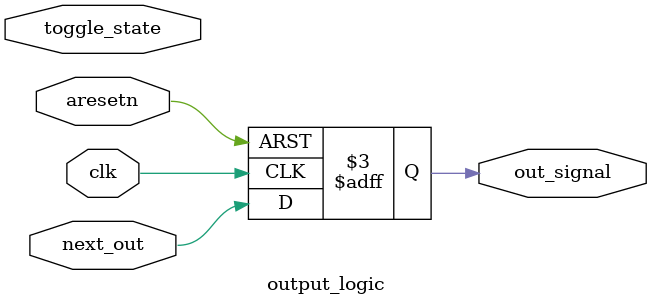
<source format=sv>
module RD9(
  input  logic clk,
  input  logic aresetn,
  input  logic toggle_en,
  output logic out_signal
);

  // Internal signals for module interconnection
  logic toggle_state;
  logic next_out;
  
  // Instantiate toggle state controller
  toggle_controller u_toggle_controller (
    .clk          (clk),
    .aresetn      (aresetn),
    .toggle_en    (toggle_en),
    .toggle_state (toggle_state)
  );
  
  // Instantiate output logic module
  output_logic u_output_logic (
    .clk          (clk),
    .aresetn      (aresetn),
    .toggle_state (toggle_state),
    .out_signal   (out_signal),
    .next_out     (next_out)
  );
  
  // Instantiate next state calculator
  next_state_calculator u_next_state_calculator (
    .toggle_state (toggle_state),
    .out_signal   (out_signal),
    .next_out     (next_out)
  );

endmodule

// Toggle state controller module
module toggle_controller (
  input  logic clk,
  input  logic aresetn,
  input  logic toggle_en,
  output logic toggle_state
);

  // Register for the toggle state
  always_ff @(posedge clk or negedge aresetn) begin
    if (!aresetn) 
      toggle_state <= 1'b0;
    else 
      toggle_state <= toggle_en;
  end

endmodule

// Next state calculator module
module next_state_calculator (
  input  logic toggle_state,
  input  logic out_signal,
  output logic next_out
);

  // Explicit multiplexer implementation to replace ternary operator
  // MUX selection: toggle_state
  // Data inputs: ~out_signal (when toggle_state=1) and out_signal (when toggle_state=0)
  logic inverted_out;
  assign inverted_out = ~out_signal;
  
  // 2-to-1 multiplexer
  always_comb begin
    case (toggle_state)
      1'b1: next_out = inverted_out;
      1'b0: next_out = out_signal;
      default: next_out = out_signal; // Default case for X or Z input
    endcase
  end

endmodule

// Output logic module
module output_logic (
  input  logic clk,
  input  logic aresetn,
  input  logic toggle_state,
  input  logic next_out,
  output logic out_signal
);

  // Output register
  always_ff @(posedge clk or negedge aresetn) begin
    if (!aresetn) 
      out_signal <= 1'b0;
    else 
      out_signal <= next_out;
  end

endmodule
</source>
